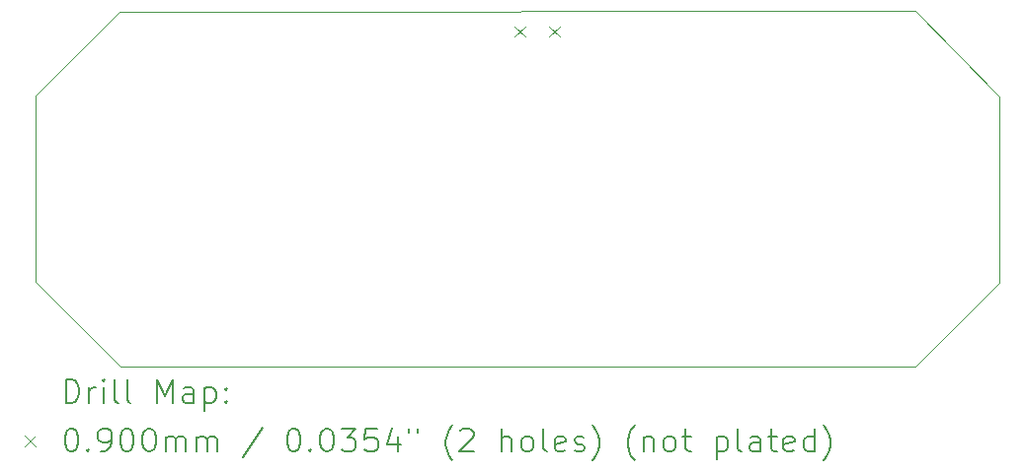
<source format=gbr>
%TF.GenerationSoftware,KiCad,Pcbnew,9.0.6*%
%TF.CreationDate,2025-11-17T13:56:23+01:00*%
%TF.ProjectId,CH32Console,43483332-436f-46e7-936f-6c652e6b6963,rev?*%
%TF.SameCoordinates,Original*%
%TF.FileFunction,Drillmap*%
%TF.FilePolarity,Positive*%
%FSLAX45Y45*%
G04 Gerber Fmt 4.5, Leading zero omitted, Abs format (unit mm)*
G04 Created by KiCad (PCBNEW 9.0.6) date 2025-11-17 13:56:23*
%MOMM*%
%LPD*%
G01*
G04 APERTURE LIST*
%ADD10C,0.050000*%
%ADD11C,0.200000*%
%ADD12C,0.100000*%
G04 APERTURE END LIST*
D10*
X18615000Y-7185000D02*
X18615000Y-8780000D01*
X17895000Y-9500000D01*
X11075000Y-9500000D01*
X10350000Y-8775000D01*
X10350000Y-7175000D01*
X11070000Y-6455000D01*
X17890000Y-6450000D01*
X18615000Y-7185000D01*
D11*
D12*
X14455000Y-6580000D02*
X14545000Y-6670000D01*
X14545000Y-6580000D02*
X14455000Y-6670000D01*
X14755000Y-6580000D02*
X14845000Y-6670000D01*
X14845000Y-6580000D02*
X14755000Y-6670000D01*
D11*
X10608277Y-9813984D02*
X10608277Y-9613984D01*
X10608277Y-9613984D02*
X10655896Y-9613984D01*
X10655896Y-9613984D02*
X10684467Y-9623508D01*
X10684467Y-9623508D02*
X10703515Y-9642555D01*
X10703515Y-9642555D02*
X10713039Y-9661603D01*
X10713039Y-9661603D02*
X10722563Y-9699698D01*
X10722563Y-9699698D02*
X10722563Y-9728270D01*
X10722563Y-9728270D02*
X10713039Y-9766365D01*
X10713039Y-9766365D02*
X10703515Y-9785412D01*
X10703515Y-9785412D02*
X10684467Y-9804460D01*
X10684467Y-9804460D02*
X10655896Y-9813984D01*
X10655896Y-9813984D02*
X10608277Y-9813984D01*
X10808277Y-9813984D02*
X10808277Y-9680650D01*
X10808277Y-9718746D02*
X10817801Y-9699698D01*
X10817801Y-9699698D02*
X10827324Y-9690174D01*
X10827324Y-9690174D02*
X10846372Y-9680650D01*
X10846372Y-9680650D02*
X10865420Y-9680650D01*
X10932086Y-9813984D02*
X10932086Y-9680650D01*
X10932086Y-9613984D02*
X10922563Y-9623508D01*
X10922563Y-9623508D02*
X10932086Y-9633031D01*
X10932086Y-9633031D02*
X10941610Y-9623508D01*
X10941610Y-9623508D02*
X10932086Y-9613984D01*
X10932086Y-9613984D02*
X10932086Y-9633031D01*
X11055896Y-9813984D02*
X11036848Y-9804460D01*
X11036848Y-9804460D02*
X11027324Y-9785412D01*
X11027324Y-9785412D02*
X11027324Y-9613984D01*
X11160658Y-9813984D02*
X11141610Y-9804460D01*
X11141610Y-9804460D02*
X11132086Y-9785412D01*
X11132086Y-9785412D02*
X11132086Y-9613984D01*
X11389229Y-9813984D02*
X11389229Y-9613984D01*
X11389229Y-9613984D02*
X11455896Y-9756841D01*
X11455896Y-9756841D02*
X11522562Y-9613984D01*
X11522562Y-9613984D02*
X11522562Y-9813984D01*
X11703515Y-9813984D02*
X11703515Y-9709222D01*
X11703515Y-9709222D02*
X11693991Y-9690174D01*
X11693991Y-9690174D02*
X11674943Y-9680650D01*
X11674943Y-9680650D02*
X11636848Y-9680650D01*
X11636848Y-9680650D02*
X11617801Y-9690174D01*
X11703515Y-9804460D02*
X11684467Y-9813984D01*
X11684467Y-9813984D02*
X11636848Y-9813984D01*
X11636848Y-9813984D02*
X11617801Y-9804460D01*
X11617801Y-9804460D02*
X11608277Y-9785412D01*
X11608277Y-9785412D02*
X11608277Y-9766365D01*
X11608277Y-9766365D02*
X11617801Y-9747317D01*
X11617801Y-9747317D02*
X11636848Y-9737793D01*
X11636848Y-9737793D02*
X11684467Y-9737793D01*
X11684467Y-9737793D02*
X11703515Y-9728270D01*
X11798753Y-9680650D02*
X11798753Y-9880650D01*
X11798753Y-9690174D02*
X11817801Y-9680650D01*
X11817801Y-9680650D02*
X11855896Y-9680650D01*
X11855896Y-9680650D02*
X11874943Y-9690174D01*
X11874943Y-9690174D02*
X11884467Y-9699698D01*
X11884467Y-9699698D02*
X11893991Y-9718746D01*
X11893991Y-9718746D02*
X11893991Y-9775889D01*
X11893991Y-9775889D02*
X11884467Y-9794936D01*
X11884467Y-9794936D02*
X11874943Y-9804460D01*
X11874943Y-9804460D02*
X11855896Y-9813984D01*
X11855896Y-9813984D02*
X11817801Y-9813984D01*
X11817801Y-9813984D02*
X11798753Y-9804460D01*
X11979705Y-9794936D02*
X11989229Y-9804460D01*
X11989229Y-9804460D02*
X11979705Y-9813984D01*
X11979705Y-9813984D02*
X11970182Y-9804460D01*
X11970182Y-9804460D02*
X11979705Y-9794936D01*
X11979705Y-9794936D02*
X11979705Y-9813984D01*
X11979705Y-9690174D02*
X11989229Y-9699698D01*
X11989229Y-9699698D02*
X11979705Y-9709222D01*
X11979705Y-9709222D02*
X11970182Y-9699698D01*
X11970182Y-9699698D02*
X11979705Y-9690174D01*
X11979705Y-9690174D02*
X11979705Y-9709222D01*
D12*
X10257500Y-10097500D02*
X10347500Y-10187500D01*
X10347500Y-10097500D02*
X10257500Y-10187500D01*
D11*
X10646372Y-10033984D02*
X10665420Y-10033984D01*
X10665420Y-10033984D02*
X10684467Y-10043508D01*
X10684467Y-10043508D02*
X10693991Y-10053031D01*
X10693991Y-10053031D02*
X10703515Y-10072079D01*
X10703515Y-10072079D02*
X10713039Y-10110174D01*
X10713039Y-10110174D02*
X10713039Y-10157793D01*
X10713039Y-10157793D02*
X10703515Y-10195889D01*
X10703515Y-10195889D02*
X10693991Y-10214936D01*
X10693991Y-10214936D02*
X10684467Y-10224460D01*
X10684467Y-10224460D02*
X10665420Y-10233984D01*
X10665420Y-10233984D02*
X10646372Y-10233984D01*
X10646372Y-10233984D02*
X10627324Y-10224460D01*
X10627324Y-10224460D02*
X10617801Y-10214936D01*
X10617801Y-10214936D02*
X10608277Y-10195889D01*
X10608277Y-10195889D02*
X10598753Y-10157793D01*
X10598753Y-10157793D02*
X10598753Y-10110174D01*
X10598753Y-10110174D02*
X10608277Y-10072079D01*
X10608277Y-10072079D02*
X10617801Y-10053031D01*
X10617801Y-10053031D02*
X10627324Y-10043508D01*
X10627324Y-10043508D02*
X10646372Y-10033984D01*
X10798753Y-10214936D02*
X10808277Y-10224460D01*
X10808277Y-10224460D02*
X10798753Y-10233984D01*
X10798753Y-10233984D02*
X10789229Y-10224460D01*
X10789229Y-10224460D02*
X10798753Y-10214936D01*
X10798753Y-10214936D02*
X10798753Y-10233984D01*
X10903515Y-10233984D02*
X10941610Y-10233984D01*
X10941610Y-10233984D02*
X10960658Y-10224460D01*
X10960658Y-10224460D02*
X10970182Y-10214936D01*
X10970182Y-10214936D02*
X10989229Y-10186365D01*
X10989229Y-10186365D02*
X10998753Y-10148270D01*
X10998753Y-10148270D02*
X10998753Y-10072079D01*
X10998753Y-10072079D02*
X10989229Y-10053031D01*
X10989229Y-10053031D02*
X10979705Y-10043508D01*
X10979705Y-10043508D02*
X10960658Y-10033984D01*
X10960658Y-10033984D02*
X10922563Y-10033984D01*
X10922563Y-10033984D02*
X10903515Y-10043508D01*
X10903515Y-10043508D02*
X10893991Y-10053031D01*
X10893991Y-10053031D02*
X10884467Y-10072079D01*
X10884467Y-10072079D02*
X10884467Y-10119698D01*
X10884467Y-10119698D02*
X10893991Y-10138746D01*
X10893991Y-10138746D02*
X10903515Y-10148270D01*
X10903515Y-10148270D02*
X10922563Y-10157793D01*
X10922563Y-10157793D02*
X10960658Y-10157793D01*
X10960658Y-10157793D02*
X10979705Y-10148270D01*
X10979705Y-10148270D02*
X10989229Y-10138746D01*
X10989229Y-10138746D02*
X10998753Y-10119698D01*
X11122563Y-10033984D02*
X11141610Y-10033984D01*
X11141610Y-10033984D02*
X11160658Y-10043508D01*
X11160658Y-10043508D02*
X11170182Y-10053031D01*
X11170182Y-10053031D02*
X11179705Y-10072079D01*
X11179705Y-10072079D02*
X11189229Y-10110174D01*
X11189229Y-10110174D02*
X11189229Y-10157793D01*
X11189229Y-10157793D02*
X11179705Y-10195889D01*
X11179705Y-10195889D02*
X11170182Y-10214936D01*
X11170182Y-10214936D02*
X11160658Y-10224460D01*
X11160658Y-10224460D02*
X11141610Y-10233984D01*
X11141610Y-10233984D02*
X11122563Y-10233984D01*
X11122563Y-10233984D02*
X11103515Y-10224460D01*
X11103515Y-10224460D02*
X11093991Y-10214936D01*
X11093991Y-10214936D02*
X11084467Y-10195889D01*
X11084467Y-10195889D02*
X11074944Y-10157793D01*
X11074944Y-10157793D02*
X11074944Y-10110174D01*
X11074944Y-10110174D02*
X11084467Y-10072079D01*
X11084467Y-10072079D02*
X11093991Y-10053031D01*
X11093991Y-10053031D02*
X11103515Y-10043508D01*
X11103515Y-10043508D02*
X11122563Y-10033984D01*
X11313039Y-10033984D02*
X11332086Y-10033984D01*
X11332086Y-10033984D02*
X11351134Y-10043508D01*
X11351134Y-10043508D02*
X11360658Y-10053031D01*
X11360658Y-10053031D02*
X11370182Y-10072079D01*
X11370182Y-10072079D02*
X11379705Y-10110174D01*
X11379705Y-10110174D02*
X11379705Y-10157793D01*
X11379705Y-10157793D02*
X11370182Y-10195889D01*
X11370182Y-10195889D02*
X11360658Y-10214936D01*
X11360658Y-10214936D02*
X11351134Y-10224460D01*
X11351134Y-10224460D02*
X11332086Y-10233984D01*
X11332086Y-10233984D02*
X11313039Y-10233984D01*
X11313039Y-10233984D02*
X11293991Y-10224460D01*
X11293991Y-10224460D02*
X11284467Y-10214936D01*
X11284467Y-10214936D02*
X11274943Y-10195889D01*
X11274943Y-10195889D02*
X11265420Y-10157793D01*
X11265420Y-10157793D02*
X11265420Y-10110174D01*
X11265420Y-10110174D02*
X11274943Y-10072079D01*
X11274943Y-10072079D02*
X11284467Y-10053031D01*
X11284467Y-10053031D02*
X11293991Y-10043508D01*
X11293991Y-10043508D02*
X11313039Y-10033984D01*
X11465420Y-10233984D02*
X11465420Y-10100650D01*
X11465420Y-10119698D02*
X11474943Y-10110174D01*
X11474943Y-10110174D02*
X11493991Y-10100650D01*
X11493991Y-10100650D02*
X11522563Y-10100650D01*
X11522563Y-10100650D02*
X11541610Y-10110174D01*
X11541610Y-10110174D02*
X11551134Y-10129222D01*
X11551134Y-10129222D02*
X11551134Y-10233984D01*
X11551134Y-10129222D02*
X11560658Y-10110174D01*
X11560658Y-10110174D02*
X11579705Y-10100650D01*
X11579705Y-10100650D02*
X11608277Y-10100650D01*
X11608277Y-10100650D02*
X11627324Y-10110174D01*
X11627324Y-10110174D02*
X11636848Y-10129222D01*
X11636848Y-10129222D02*
X11636848Y-10233984D01*
X11732086Y-10233984D02*
X11732086Y-10100650D01*
X11732086Y-10119698D02*
X11741610Y-10110174D01*
X11741610Y-10110174D02*
X11760658Y-10100650D01*
X11760658Y-10100650D02*
X11789229Y-10100650D01*
X11789229Y-10100650D02*
X11808277Y-10110174D01*
X11808277Y-10110174D02*
X11817801Y-10129222D01*
X11817801Y-10129222D02*
X11817801Y-10233984D01*
X11817801Y-10129222D02*
X11827324Y-10110174D01*
X11827324Y-10110174D02*
X11846372Y-10100650D01*
X11846372Y-10100650D02*
X11874943Y-10100650D01*
X11874943Y-10100650D02*
X11893991Y-10110174D01*
X11893991Y-10110174D02*
X11903515Y-10129222D01*
X11903515Y-10129222D02*
X11903515Y-10233984D01*
X12293991Y-10024460D02*
X12122563Y-10281603D01*
X12551134Y-10033984D02*
X12570182Y-10033984D01*
X12570182Y-10033984D02*
X12589229Y-10043508D01*
X12589229Y-10043508D02*
X12598753Y-10053031D01*
X12598753Y-10053031D02*
X12608277Y-10072079D01*
X12608277Y-10072079D02*
X12617801Y-10110174D01*
X12617801Y-10110174D02*
X12617801Y-10157793D01*
X12617801Y-10157793D02*
X12608277Y-10195889D01*
X12608277Y-10195889D02*
X12598753Y-10214936D01*
X12598753Y-10214936D02*
X12589229Y-10224460D01*
X12589229Y-10224460D02*
X12570182Y-10233984D01*
X12570182Y-10233984D02*
X12551134Y-10233984D01*
X12551134Y-10233984D02*
X12532086Y-10224460D01*
X12532086Y-10224460D02*
X12522563Y-10214936D01*
X12522563Y-10214936D02*
X12513039Y-10195889D01*
X12513039Y-10195889D02*
X12503515Y-10157793D01*
X12503515Y-10157793D02*
X12503515Y-10110174D01*
X12503515Y-10110174D02*
X12513039Y-10072079D01*
X12513039Y-10072079D02*
X12522563Y-10053031D01*
X12522563Y-10053031D02*
X12532086Y-10043508D01*
X12532086Y-10043508D02*
X12551134Y-10033984D01*
X12703515Y-10214936D02*
X12713039Y-10224460D01*
X12713039Y-10224460D02*
X12703515Y-10233984D01*
X12703515Y-10233984D02*
X12693991Y-10224460D01*
X12693991Y-10224460D02*
X12703515Y-10214936D01*
X12703515Y-10214936D02*
X12703515Y-10233984D01*
X12836848Y-10033984D02*
X12855896Y-10033984D01*
X12855896Y-10033984D02*
X12874944Y-10043508D01*
X12874944Y-10043508D02*
X12884467Y-10053031D01*
X12884467Y-10053031D02*
X12893991Y-10072079D01*
X12893991Y-10072079D02*
X12903515Y-10110174D01*
X12903515Y-10110174D02*
X12903515Y-10157793D01*
X12903515Y-10157793D02*
X12893991Y-10195889D01*
X12893991Y-10195889D02*
X12884467Y-10214936D01*
X12884467Y-10214936D02*
X12874944Y-10224460D01*
X12874944Y-10224460D02*
X12855896Y-10233984D01*
X12855896Y-10233984D02*
X12836848Y-10233984D01*
X12836848Y-10233984D02*
X12817801Y-10224460D01*
X12817801Y-10224460D02*
X12808277Y-10214936D01*
X12808277Y-10214936D02*
X12798753Y-10195889D01*
X12798753Y-10195889D02*
X12789229Y-10157793D01*
X12789229Y-10157793D02*
X12789229Y-10110174D01*
X12789229Y-10110174D02*
X12798753Y-10072079D01*
X12798753Y-10072079D02*
X12808277Y-10053031D01*
X12808277Y-10053031D02*
X12817801Y-10043508D01*
X12817801Y-10043508D02*
X12836848Y-10033984D01*
X12970182Y-10033984D02*
X13093991Y-10033984D01*
X13093991Y-10033984D02*
X13027325Y-10110174D01*
X13027325Y-10110174D02*
X13055896Y-10110174D01*
X13055896Y-10110174D02*
X13074944Y-10119698D01*
X13074944Y-10119698D02*
X13084467Y-10129222D01*
X13084467Y-10129222D02*
X13093991Y-10148270D01*
X13093991Y-10148270D02*
X13093991Y-10195889D01*
X13093991Y-10195889D02*
X13084467Y-10214936D01*
X13084467Y-10214936D02*
X13074944Y-10224460D01*
X13074944Y-10224460D02*
X13055896Y-10233984D01*
X13055896Y-10233984D02*
X12998753Y-10233984D01*
X12998753Y-10233984D02*
X12979706Y-10224460D01*
X12979706Y-10224460D02*
X12970182Y-10214936D01*
X13274944Y-10033984D02*
X13179706Y-10033984D01*
X13179706Y-10033984D02*
X13170182Y-10129222D01*
X13170182Y-10129222D02*
X13179706Y-10119698D01*
X13179706Y-10119698D02*
X13198753Y-10110174D01*
X13198753Y-10110174D02*
X13246372Y-10110174D01*
X13246372Y-10110174D02*
X13265420Y-10119698D01*
X13265420Y-10119698D02*
X13274944Y-10129222D01*
X13274944Y-10129222D02*
X13284467Y-10148270D01*
X13284467Y-10148270D02*
X13284467Y-10195889D01*
X13284467Y-10195889D02*
X13274944Y-10214936D01*
X13274944Y-10214936D02*
X13265420Y-10224460D01*
X13265420Y-10224460D02*
X13246372Y-10233984D01*
X13246372Y-10233984D02*
X13198753Y-10233984D01*
X13198753Y-10233984D02*
X13179706Y-10224460D01*
X13179706Y-10224460D02*
X13170182Y-10214936D01*
X13455896Y-10100650D02*
X13455896Y-10233984D01*
X13408277Y-10024460D02*
X13360658Y-10167317D01*
X13360658Y-10167317D02*
X13484467Y-10167317D01*
X13551134Y-10033984D02*
X13551134Y-10072079D01*
X13627325Y-10033984D02*
X13627325Y-10072079D01*
X13922563Y-10310174D02*
X13913039Y-10300650D01*
X13913039Y-10300650D02*
X13893991Y-10272079D01*
X13893991Y-10272079D02*
X13884468Y-10253031D01*
X13884468Y-10253031D02*
X13874944Y-10224460D01*
X13874944Y-10224460D02*
X13865420Y-10176841D01*
X13865420Y-10176841D02*
X13865420Y-10138746D01*
X13865420Y-10138746D02*
X13874944Y-10091127D01*
X13874944Y-10091127D02*
X13884468Y-10062555D01*
X13884468Y-10062555D02*
X13893991Y-10043508D01*
X13893991Y-10043508D02*
X13913039Y-10014936D01*
X13913039Y-10014936D02*
X13922563Y-10005412D01*
X13989229Y-10053031D02*
X13998753Y-10043508D01*
X13998753Y-10043508D02*
X14017801Y-10033984D01*
X14017801Y-10033984D02*
X14065420Y-10033984D01*
X14065420Y-10033984D02*
X14084468Y-10043508D01*
X14084468Y-10043508D02*
X14093991Y-10053031D01*
X14093991Y-10053031D02*
X14103515Y-10072079D01*
X14103515Y-10072079D02*
X14103515Y-10091127D01*
X14103515Y-10091127D02*
X14093991Y-10119698D01*
X14093991Y-10119698D02*
X13979706Y-10233984D01*
X13979706Y-10233984D02*
X14103515Y-10233984D01*
X14341610Y-10233984D02*
X14341610Y-10033984D01*
X14427325Y-10233984D02*
X14427325Y-10129222D01*
X14427325Y-10129222D02*
X14417801Y-10110174D01*
X14417801Y-10110174D02*
X14398753Y-10100650D01*
X14398753Y-10100650D02*
X14370182Y-10100650D01*
X14370182Y-10100650D02*
X14351134Y-10110174D01*
X14351134Y-10110174D02*
X14341610Y-10119698D01*
X14551134Y-10233984D02*
X14532087Y-10224460D01*
X14532087Y-10224460D02*
X14522563Y-10214936D01*
X14522563Y-10214936D02*
X14513039Y-10195889D01*
X14513039Y-10195889D02*
X14513039Y-10138746D01*
X14513039Y-10138746D02*
X14522563Y-10119698D01*
X14522563Y-10119698D02*
X14532087Y-10110174D01*
X14532087Y-10110174D02*
X14551134Y-10100650D01*
X14551134Y-10100650D02*
X14579706Y-10100650D01*
X14579706Y-10100650D02*
X14598753Y-10110174D01*
X14598753Y-10110174D02*
X14608277Y-10119698D01*
X14608277Y-10119698D02*
X14617801Y-10138746D01*
X14617801Y-10138746D02*
X14617801Y-10195889D01*
X14617801Y-10195889D02*
X14608277Y-10214936D01*
X14608277Y-10214936D02*
X14598753Y-10224460D01*
X14598753Y-10224460D02*
X14579706Y-10233984D01*
X14579706Y-10233984D02*
X14551134Y-10233984D01*
X14732087Y-10233984D02*
X14713039Y-10224460D01*
X14713039Y-10224460D02*
X14703515Y-10205412D01*
X14703515Y-10205412D02*
X14703515Y-10033984D01*
X14884468Y-10224460D02*
X14865420Y-10233984D01*
X14865420Y-10233984D02*
X14827325Y-10233984D01*
X14827325Y-10233984D02*
X14808277Y-10224460D01*
X14808277Y-10224460D02*
X14798753Y-10205412D01*
X14798753Y-10205412D02*
X14798753Y-10129222D01*
X14798753Y-10129222D02*
X14808277Y-10110174D01*
X14808277Y-10110174D02*
X14827325Y-10100650D01*
X14827325Y-10100650D02*
X14865420Y-10100650D01*
X14865420Y-10100650D02*
X14884468Y-10110174D01*
X14884468Y-10110174D02*
X14893991Y-10129222D01*
X14893991Y-10129222D02*
X14893991Y-10148270D01*
X14893991Y-10148270D02*
X14798753Y-10167317D01*
X14970182Y-10224460D02*
X14989230Y-10233984D01*
X14989230Y-10233984D02*
X15027325Y-10233984D01*
X15027325Y-10233984D02*
X15046372Y-10224460D01*
X15046372Y-10224460D02*
X15055896Y-10205412D01*
X15055896Y-10205412D02*
X15055896Y-10195889D01*
X15055896Y-10195889D02*
X15046372Y-10176841D01*
X15046372Y-10176841D02*
X15027325Y-10167317D01*
X15027325Y-10167317D02*
X14998753Y-10167317D01*
X14998753Y-10167317D02*
X14979706Y-10157793D01*
X14979706Y-10157793D02*
X14970182Y-10138746D01*
X14970182Y-10138746D02*
X14970182Y-10129222D01*
X14970182Y-10129222D02*
X14979706Y-10110174D01*
X14979706Y-10110174D02*
X14998753Y-10100650D01*
X14998753Y-10100650D02*
X15027325Y-10100650D01*
X15027325Y-10100650D02*
X15046372Y-10110174D01*
X15122563Y-10310174D02*
X15132087Y-10300650D01*
X15132087Y-10300650D02*
X15151134Y-10272079D01*
X15151134Y-10272079D02*
X15160658Y-10253031D01*
X15160658Y-10253031D02*
X15170182Y-10224460D01*
X15170182Y-10224460D02*
X15179706Y-10176841D01*
X15179706Y-10176841D02*
X15179706Y-10138746D01*
X15179706Y-10138746D02*
X15170182Y-10091127D01*
X15170182Y-10091127D02*
X15160658Y-10062555D01*
X15160658Y-10062555D02*
X15151134Y-10043508D01*
X15151134Y-10043508D02*
X15132087Y-10014936D01*
X15132087Y-10014936D02*
X15122563Y-10005412D01*
X15484468Y-10310174D02*
X15474944Y-10300650D01*
X15474944Y-10300650D02*
X15455896Y-10272079D01*
X15455896Y-10272079D02*
X15446372Y-10253031D01*
X15446372Y-10253031D02*
X15436849Y-10224460D01*
X15436849Y-10224460D02*
X15427325Y-10176841D01*
X15427325Y-10176841D02*
X15427325Y-10138746D01*
X15427325Y-10138746D02*
X15436849Y-10091127D01*
X15436849Y-10091127D02*
X15446372Y-10062555D01*
X15446372Y-10062555D02*
X15455896Y-10043508D01*
X15455896Y-10043508D02*
X15474944Y-10014936D01*
X15474944Y-10014936D02*
X15484468Y-10005412D01*
X15560658Y-10100650D02*
X15560658Y-10233984D01*
X15560658Y-10119698D02*
X15570182Y-10110174D01*
X15570182Y-10110174D02*
X15589230Y-10100650D01*
X15589230Y-10100650D02*
X15617801Y-10100650D01*
X15617801Y-10100650D02*
X15636849Y-10110174D01*
X15636849Y-10110174D02*
X15646372Y-10129222D01*
X15646372Y-10129222D02*
X15646372Y-10233984D01*
X15770182Y-10233984D02*
X15751134Y-10224460D01*
X15751134Y-10224460D02*
X15741611Y-10214936D01*
X15741611Y-10214936D02*
X15732087Y-10195889D01*
X15732087Y-10195889D02*
X15732087Y-10138746D01*
X15732087Y-10138746D02*
X15741611Y-10119698D01*
X15741611Y-10119698D02*
X15751134Y-10110174D01*
X15751134Y-10110174D02*
X15770182Y-10100650D01*
X15770182Y-10100650D02*
X15798753Y-10100650D01*
X15798753Y-10100650D02*
X15817801Y-10110174D01*
X15817801Y-10110174D02*
X15827325Y-10119698D01*
X15827325Y-10119698D02*
X15836849Y-10138746D01*
X15836849Y-10138746D02*
X15836849Y-10195889D01*
X15836849Y-10195889D02*
X15827325Y-10214936D01*
X15827325Y-10214936D02*
X15817801Y-10224460D01*
X15817801Y-10224460D02*
X15798753Y-10233984D01*
X15798753Y-10233984D02*
X15770182Y-10233984D01*
X15893992Y-10100650D02*
X15970182Y-10100650D01*
X15922563Y-10033984D02*
X15922563Y-10205412D01*
X15922563Y-10205412D02*
X15932087Y-10224460D01*
X15932087Y-10224460D02*
X15951134Y-10233984D01*
X15951134Y-10233984D02*
X15970182Y-10233984D01*
X16189230Y-10100650D02*
X16189230Y-10300650D01*
X16189230Y-10110174D02*
X16208277Y-10100650D01*
X16208277Y-10100650D02*
X16246373Y-10100650D01*
X16246373Y-10100650D02*
X16265420Y-10110174D01*
X16265420Y-10110174D02*
X16274944Y-10119698D01*
X16274944Y-10119698D02*
X16284468Y-10138746D01*
X16284468Y-10138746D02*
X16284468Y-10195889D01*
X16284468Y-10195889D02*
X16274944Y-10214936D01*
X16274944Y-10214936D02*
X16265420Y-10224460D01*
X16265420Y-10224460D02*
X16246373Y-10233984D01*
X16246373Y-10233984D02*
X16208277Y-10233984D01*
X16208277Y-10233984D02*
X16189230Y-10224460D01*
X16398753Y-10233984D02*
X16379706Y-10224460D01*
X16379706Y-10224460D02*
X16370182Y-10205412D01*
X16370182Y-10205412D02*
X16370182Y-10033984D01*
X16560658Y-10233984D02*
X16560658Y-10129222D01*
X16560658Y-10129222D02*
X16551134Y-10110174D01*
X16551134Y-10110174D02*
X16532087Y-10100650D01*
X16532087Y-10100650D02*
X16493992Y-10100650D01*
X16493992Y-10100650D02*
X16474944Y-10110174D01*
X16560658Y-10224460D02*
X16541611Y-10233984D01*
X16541611Y-10233984D02*
X16493992Y-10233984D01*
X16493992Y-10233984D02*
X16474944Y-10224460D01*
X16474944Y-10224460D02*
X16465420Y-10205412D01*
X16465420Y-10205412D02*
X16465420Y-10186365D01*
X16465420Y-10186365D02*
X16474944Y-10167317D01*
X16474944Y-10167317D02*
X16493992Y-10157793D01*
X16493992Y-10157793D02*
X16541611Y-10157793D01*
X16541611Y-10157793D02*
X16560658Y-10148270D01*
X16627325Y-10100650D02*
X16703515Y-10100650D01*
X16655896Y-10033984D02*
X16655896Y-10205412D01*
X16655896Y-10205412D02*
X16665420Y-10224460D01*
X16665420Y-10224460D02*
X16684468Y-10233984D01*
X16684468Y-10233984D02*
X16703515Y-10233984D01*
X16846373Y-10224460D02*
X16827325Y-10233984D01*
X16827325Y-10233984D02*
X16789230Y-10233984D01*
X16789230Y-10233984D02*
X16770182Y-10224460D01*
X16770182Y-10224460D02*
X16760658Y-10205412D01*
X16760658Y-10205412D02*
X16760658Y-10129222D01*
X16760658Y-10129222D02*
X16770182Y-10110174D01*
X16770182Y-10110174D02*
X16789230Y-10100650D01*
X16789230Y-10100650D02*
X16827325Y-10100650D01*
X16827325Y-10100650D02*
X16846373Y-10110174D01*
X16846373Y-10110174D02*
X16855896Y-10129222D01*
X16855896Y-10129222D02*
X16855896Y-10148270D01*
X16855896Y-10148270D02*
X16760658Y-10167317D01*
X17027325Y-10233984D02*
X17027325Y-10033984D01*
X17027325Y-10224460D02*
X17008277Y-10233984D01*
X17008277Y-10233984D02*
X16970182Y-10233984D01*
X16970182Y-10233984D02*
X16951135Y-10224460D01*
X16951135Y-10224460D02*
X16941611Y-10214936D01*
X16941611Y-10214936D02*
X16932087Y-10195889D01*
X16932087Y-10195889D02*
X16932087Y-10138746D01*
X16932087Y-10138746D02*
X16941611Y-10119698D01*
X16941611Y-10119698D02*
X16951135Y-10110174D01*
X16951135Y-10110174D02*
X16970182Y-10100650D01*
X16970182Y-10100650D02*
X17008277Y-10100650D01*
X17008277Y-10100650D02*
X17027325Y-10110174D01*
X17103516Y-10310174D02*
X17113039Y-10300650D01*
X17113039Y-10300650D02*
X17132087Y-10272079D01*
X17132087Y-10272079D02*
X17141611Y-10253031D01*
X17141611Y-10253031D02*
X17151135Y-10224460D01*
X17151135Y-10224460D02*
X17160658Y-10176841D01*
X17160658Y-10176841D02*
X17160658Y-10138746D01*
X17160658Y-10138746D02*
X17151135Y-10091127D01*
X17151135Y-10091127D02*
X17141611Y-10062555D01*
X17141611Y-10062555D02*
X17132087Y-10043508D01*
X17132087Y-10043508D02*
X17113039Y-10014936D01*
X17113039Y-10014936D02*
X17103516Y-10005412D01*
M02*

</source>
